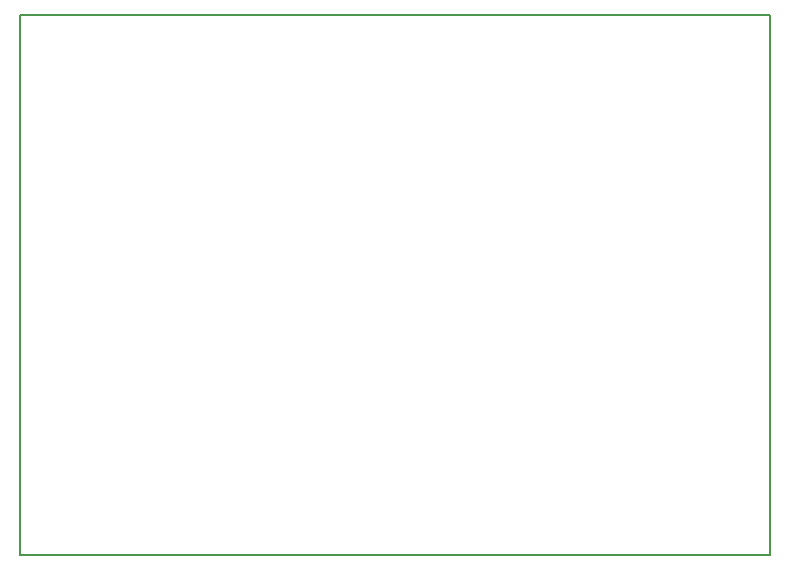
<source format=gbr>
G04 #@! TF.FileFunction,Profile,NP*
%FSLAX46Y46*%
G04 Gerber Fmt 4.6, Leading zero omitted, Abs format (unit mm)*
G04 Created by KiCad (PCBNEW 4.0.7-e2-6376~61~ubuntu18.04.1) date Thu Jul 19 00:17:22 2018*
%MOMM*%
%LPD*%
G01*
G04 APERTURE LIST*
%ADD10C,0.100000*%
%ADD11C,0.150000*%
G04 APERTURE END LIST*
D10*
D11*
X0Y127000D02*
X0Y45847000D01*
X63500000Y127000D02*
X0Y127000D01*
X63500000Y127000D02*
X63500000Y45847000D01*
X63500000Y45847000D02*
X0Y45847000D01*
M02*

</source>
